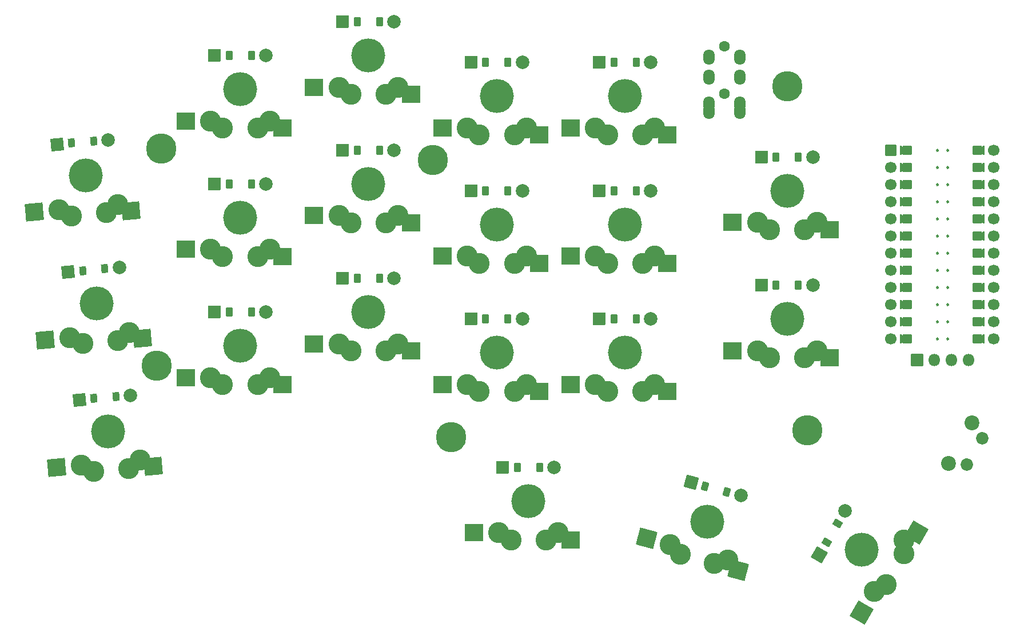
<source format=gbr>
%TF.GenerationSoftware,KiCad,Pcbnew,8.0.0*%
%TF.CreationDate,2024-03-12T02:06:11+01:00*%
%TF.ProjectId,cornish-v1,636f726e-6973-4682-9d76-312e6b696361,v1.0.0*%
%TF.SameCoordinates,Original*%
%TF.FileFunction,Soldermask,Top*%
%TF.FilePolarity,Negative*%
%FSLAX46Y46*%
G04 Gerber Fmt 4.6, Leading zero omitted, Abs format (unit mm)*
G04 Created by KiCad (PCBNEW 8.0.0) date 2024-03-12 02:06:11*
%MOMM*%
%LPD*%
G01*
G04 APERTURE LIST*
G04 Aperture macros list*
%AMRoundRect*
0 Rectangle with rounded corners*
0 $1 Rounding radius*
0 $2 $3 $4 $5 $6 $7 $8 $9 X,Y pos of 4 corners*
0 Add a 4 corners polygon primitive as box body*
4,1,4,$2,$3,$4,$5,$6,$7,$8,$9,$2,$3,0*
0 Add four circle primitives for the rounded corners*
1,1,$1+$1,$2,$3*
1,1,$1+$1,$4,$5*
1,1,$1+$1,$6,$7*
1,1,$1+$1,$8,$9*
0 Add four rect primitives between the rounded corners*
20,1,$1+$1,$2,$3,$4,$5,0*
20,1,$1+$1,$4,$5,$6,$7,0*
20,1,$1+$1,$6,$7,$8,$9,0*
20,1,$1+$1,$8,$9,$2,$3,0*%
%AMFreePoly0*
4,1,14,0.635355,0.435355,0.650000,0.400000,0.650000,0.200000,0.635355,0.164645,0.035355,-0.435355,0.000000,-0.450000,-0.035355,-0.435355,-0.635355,0.164645,-0.650000,0.200000,-0.650000,0.400000,-0.635355,0.435355,-0.600000,0.450000,0.600000,0.450000,0.635355,0.435355,0.635355,0.435355,$1*%
%AMFreePoly1*
4,1,16,0.635355,1.035355,0.650000,1.000000,0.650000,-0.250000,0.635355,-0.285355,0.600000,-0.300000,-0.600000,-0.300000,-0.635355,-0.285355,-0.650000,-0.250000,-0.650000,1.000000,-0.635355,1.035355,-0.600000,1.050000,-0.564645,1.035355,0.000000,0.470710,0.564645,1.035355,0.600000,1.050000,0.635355,1.035355,0.635355,1.035355,$1*%
G04 Aperture macros list end*
%ADD10C,0.250000*%
%ADD11C,0.100000*%
%ADD12C,2.200000*%
%ADD13C,1.850000*%
%ADD14C,0.800000*%
%ADD15C,4.500000*%
%ADD16RoundRect,0.050000X-0.889000X-0.889000X0.889000X-0.889000X0.889000X0.889000X-0.889000X0.889000X0*%
%ADD17RoundRect,0.050000X-0.450000X-0.600000X0.450000X-0.600000X0.450000X0.600000X-0.450000X0.600000X0*%
%ADD18C,2.005000*%
%ADD19RoundRect,0.050000X-0.808136X-0.963099X0.963099X-0.808136X0.808136X0.963099X-0.963099X0.808136X0*%
%ADD20RoundRect,0.050000X-0.395994X-0.636937X0.500581X-0.558497X0.395994X0.636937X-0.500581X0.558497X0*%
%ADD21C,3.100000*%
%ADD22C,5.037800*%
%ADD23RoundRect,0.050000X-1.275000X-1.250000X1.275000X-1.250000X1.275000X1.250000X-1.275000X1.250000X0*%
%ADD24C,1.600000*%
%ADD25O,1.700000X2.300000*%
%ADD26RoundRect,0.050000X0.325397X-1.214397X1.214397X0.325397X-0.325397X1.214397X-1.214397X-0.325397X0*%
%ADD27RoundRect,0.050000X0.294615X-0.689711X0.744615X0.089711X-0.294615X0.689711X-0.744615X-0.089711X0*%
%ADD28RoundRect,0.050000X-1.161204X-1.356367X1.379093X-1.134120X1.161204X1.356367X-1.379093X1.134120X0*%
%ADD29C,1.700000*%
%ADD30FreePoly0,270.000000*%
%ADD31FreePoly0,90.000000*%
%ADD32RoundRect,0.050000X-0.800000X0.800000X-0.800000X-0.800000X0.800000X-0.800000X0.800000X0.800000X0*%
%ADD33FreePoly1,270.000000*%
%ADD34FreePoly1,90.000000*%
%ADD35RoundRect,0.050000X-1.555079X-0.877413X0.908032X-1.537402X1.555079X0.877413X-0.908032X1.537402X0*%
%ADD36RoundRect,0.050000X-1.088798X-0.628618X0.628618X-1.088798X1.088798X0.628618X-0.628618X1.088798X0*%
%ADD37RoundRect,0.050000X-0.589958X-0.463087X0.279375X-0.696024X0.589958X0.463087X-0.279375X0.696024X0*%
%ADD38RoundRect,0.050000X0.445032X-1.729182X1.720032X0.479182X-0.445032X1.729182X-1.720032X-0.479182X0*%
%ADD39RoundRect,0.050000X0.850000X0.850000X-0.850000X0.850000X-0.850000X-0.850000X0.850000X-0.850000X0*%
%ADD40O,1.800000X1.800000*%
G04 APERTURE END LIST*
D10*
%TO.C,_41*%
X266969795Y-142271108D02*
G75*
G02*
X266719795Y-142271108I-125000J0D01*
G01*
X266719795Y-142271108D02*
G75*
G02*
X266969795Y-142271108I125000J0D01*
G01*
X266969795Y-139731108D02*
G75*
G02*
X266719795Y-139731108I-125000J0D01*
G01*
X266719795Y-139731108D02*
G75*
G02*
X266969795Y-139731108I125000J0D01*
G01*
X268493795Y-142271108D02*
G75*
G02*
X268243795Y-142271108I-125000J0D01*
G01*
X268243795Y-142271108D02*
G75*
G02*
X268493795Y-142271108I125000J0D01*
G01*
X266969795Y-137191108D02*
G75*
G02*
X266719795Y-137191108I-125000J0D01*
G01*
X266719795Y-137191108D02*
G75*
G02*
X266969795Y-137191108I125000J0D01*
G01*
X268493795Y-139731108D02*
G75*
G02*
X268243795Y-139731108I-125000J0D01*
G01*
X268243795Y-139731108D02*
G75*
G02*
X268493795Y-139731108I125000J0D01*
G01*
X266969796Y-134651107D02*
G75*
G02*
X266719794Y-134651107I-125001J0D01*
G01*
X266719794Y-134651107D02*
G75*
G02*
X266969796Y-134651107I125001J0D01*
G01*
X268493795Y-137191108D02*
G75*
G02*
X268243795Y-137191108I-125000J0D01*
G01*
X268243795Y-137191108D02*
G75*
G02*
X268493795Y-137191108I125000J0D01*
G01*
X266969795Y-132111108D02*
G75*
G02*
X266719795Y-132111108I-125000J0D01*
G01*
X266719795Y-132111108D02*
G75*
G02*
X266969795Y-132111108I125000J0D01*
G01*
X268493796Y-134651108D02*
G75*
G02*
X268243796Y-134651108I-125000J0D01*
G01*
X268243796Y-134651108D02*
G75*
G02*
X268493796Y-134651108I125000J0D01*
G01*
X266969795Y-129571108D02*
G75*
G02*
X266719795Y-129571108I-125000J0D01*
G01*
X266719795Y-129571108D02*
G75*
G02*
X266969795Y-129571108I125000J0D01*
G01*
X268493795Y-132111108D02*
G75*
G02*
X268243795Y-132111108I-125000J0D01*
G01*
X268243795Y-132111108D02*
G75*
G02*
X268493795Y-132111108I125000J0D01*
G01*
X266969795Y-127031108D02*
G75*
G02*
X266719795Y-127031108I-125000J0D01*
G01*
X266719795Y-127031108D02*
G75*
G02*
X266969795Y-127031108I125000J0D01*
G01*
X268493795Y-129571108D02*
G75*
G02*
X268243795Y-129571108I-125000J0D01*
G01*
X268243795Y-129571108D02*
G75*
G02*
X268493795Y-129571108I125000J0D01*
G01*
X266969795Y-124491108D02*
G75*
G02*
X266719795Y-124491108I-125000J0D01*
G01*
X266719795Y-124491108D02*
G75*
G02*
X266969795Y-124491108I125000J0D01*
G01*
X268493795Y-127031108D02*
G75*
G02*
X268243795Y-127031108I-125000J0D01*
G01*
X268243795Y-127031108D02*
G75*
G02*
X268493795Y-127031108I125000J0D01*
G01*
X266969794Y-121951108D02*
G75*
G02*
X266719794Y-121951108I-125000J0D01*
G01*
X266719794Y-121951108D02*
G75*
G02*
X266969794Y-121951108I125000J0D01*
G01*
X268493795Y-124491108D02*
G75*
G02*
X268243795Y-124491108I-125000J0D01*
G01*
X268243795Y-124491108D02*
G75*
G02*
X268493795Y-124491108I125000J0D01*
G01*
X266969795Y-119411108D02*
G75*
G02*
X266719795Y-119411108I-125000J0D01*
G01*
X266719795Y-119411108D02*
G75*
G02*
X266969795Y-119411108I125000J0D01*
G01*
X268493794Y-121951109D02*
G75*
G02*
X268243796Y-121951109I-124999J0D01*
G01*
X268243796Y-121951109D02*
G75*
G02*
X268493794Y-121951109I124999J0D01*
G01*
X266969795Y-116871108D02*
G75*
G02*
X266719795Y-116871108I-125000J0D01*
G01*
X266719795Y-116871108D02*
G75*
G02*
X266969795Y-116871108I125000J0D01*
G01*
X268493795Y-119411108D02*
G75*
G02*
X268243795Y-119411108I-125000J0D01*
G01*
X268243795Y-119411108D02*
G75*
G02*
X268493795Y-119411108I125000J0D01*
G01*
X266969796Y-114331108D02*
G75*
G02*
X266719794Y-114331108I-125001J0D01*
G01*
X266719794Y-114331108D02*
G75*
G02*
X266969796Y-114331108I125001J0D01*
G01*
X268493795Y-116871108D02*
G75*
G02*
X268243795Y-116871108I-125000J0D01*
G01*
X268243795Y-116871108D02*
G75*
G02*
X268493795Y-116871108I125000J0D01*
G01*
X268493795Y-114331108D02*
G75*
G02*
X268243795Y-114331108I-125000J0D01*
G01*
X268243795Y-114331108D02*
G75*
G02*
X268493795Y-114331108I125000J0D01*
G01*
D11*
X262526795Y-142779108D02*
X261510795Y-142779108D01*
X261510795Y-141763108D01*
X262526795Y-141763108D01*
X262526795Y-142779108D01*
G36*
X262526795Y-142779108D02*
G01*
X261510795Y-142779108D01*
X261510795Y-141763108D01*
X262526795Y-141763108D01*
X262526795Y-142779108D01*
G37*
X262526796Y-140239108D02*
X261510795Y-140239108D01*
X261510795Y-139223108D01*
X262526795Y-139223108D01*
X262526796Y-140239108D01*
G36*
X262526796Y-140239108D02*
G01*
X261510795Y-140239108D01*
X261510795Y-139223108D01*
X262526795Y-139223108D01*
X262526796Y-140239108D01*
G37*
X262526795Y-137699108D02*
X261510795Y-137699108D01*
X261510795Y-136683108D01*
X262526795Y-136683108D01*
X262526795Y-137699108D01*
G36*
X262526795Y-137699108D02*
G01*
X261510795Y-137699108D01*
X261510795Y-136683108D01*
X262526795Y-136683108D01*
X262526795Y-137699108D01*
G37*
X262526795Y-135159108D02*
X261510795Y-135159108D01*
X261510795Y-134143108D01*
X262526795Y-134143108D01*
X262526795Y-135159108D01*
G36*
X262526795Y-135159108D02*
G01*
X261510795Y-135159108D01*
X261510795Y-134143108D01*
X262526795Y-134143108D01*
X262526795Y-135159108D01*
G37*
X262526795Y-132619108D02*
X261510795Y-132619108D01*
X261510795Y-131603108D01*
X262526795Y-131603108D01*
X262526795Y-132619108D01*
G36*
X262526795Y-132619108D02*
G01*
X261510795Y-132619108D01*
X261510795Y-131603108D01*
X262526795Y-131603108D01*
X262526795Y-132619108D01*
G37*
X262526795Y-130079108D02*
X261510794Y-130079108D01*
X261510796Y-129063108D01*
X262526795Y-129063108D01*
X262526795Y-130079108D01*
G36*
X262526795Y-130079108D02*
G01*
X261510794Y-130079108D01*
X261510796Y-129063108D01*
X262526795Y-129063108D01*
X262526795Y-130079108D01*
G37*
X262526796Y-127539108D02*
X261510795Y-127539108D01*
X261510795Y-126523108D01*
X262526795Y-126523108D01*
X262526796Y-127539108D01*
G36*
X262526796Y-127539108D02*
G01*
X261510795Y-127539108D01*
X261510795Y-126523108D01*
X262526795Y-126523108D01*
X262526796Y-127539108D01*
G37*
X262526795Y-124999108D02*
X261510795Y-124999108D01*
X261510795Y-123983108D01*
X262526795Y-123983108D01*
X262526795Y-124999108D01*
G36*
X262526795Y-124999108D02*
G01*
X261510795Y-124999108D01*
X261510795Y-123983108D01*
X262526795Y-123983108D01*
X262526795Y-124999108D01*
G37*
X262526795Y-122459108D02*
X261510795Y-122459108D01*
X261510795Y-121443108D01*
X262526794Y-121443108D01*
X262526795Y-122459108D01*
G36*
X262526795Y-122459108D02*
G01*
X261510795Y-122459108D01*
X261510795Y-121443108D01*
X262526794Y-121443108D01*
X262526795Y-122459108D01*
G37*
X273702795Y-142779108D02*
X272686795Y-142779108D01*
X272686795Y-141763108D01*
X273702795Y-141763108D01*
X273702795Y-142779108D01*
G36*
X273702795Y-142779108D02*
G01*
X272686795Y-142779108D01*
X272686795Y-141763108D01*
X273702795Y-141763108D01*
X273702795Y-142779108D01*
G37*
X262526795Y-119919108D02*
X261510795Y-119919108D01*
X261510795Y-118903108D01*
X262526795Y-118903108D01*
X262526795Y-119919108D01*
G36*
X262526795Y-119919108D02*
G01*
X261510795Y-119919108D01*
X261510795Y-118903108D01*
X262526795Y-118903108D01*
X262526795Y-119919108D01*
G37*
X273702794Y-140239108D02*
X272686795Y-140239108D01*
X272686795Y-139223108D01*
X273702796Y-139223108D01*
X273702794Y-140239108D01*
G36*
X273702794Y-140239108D02*
G01*
X272686795Y-140239108D01*
X272686795Y-139223108D01*
X273702796Y-139223108D01*
X273702794Y-140239108D01*
G37*
X262526795Y-117379108D02*
X261510794Y-117379108D01*
X261510796Y-116363108D01*
X262526795Y-116363108D01*
X262526795Y-117379108D01*
G36*
X262526795Y-117379108D02*
G01*
X261510794Y-117379108D01*
X261510796Y-116363108D01*
X262526795Y-116363108D01*
X262526795Y-117379108D01*
G37*
X273702795Y-137699108D02*
X272686795Y-137699108D01*
X272686795Y-136683108D01*
X273702795Y-136683108D01*
X273702795Y-137699108D01*
G36*
X273702795Y-137699108D02*
G01*
X272686795Y-137699108D01*
X272686795Y-136683108D01*
X273702795Y-136683108D01*
X273702795Y-137699108D01*
G37*
X262526795Y-114839108D02*
X261510795Y-114839108D01*
X261510795Y-113823108D01*
X262526795Y-113823108D01*
X262526795Y-114839108D01*
G36*
X262526795Y-114839108D02*
G01*
X261510795Y-114839108D01*
X261510795Y-113823108D01*
X262526795Y-113823108D01*
X262526795Y-114839108D01*
G37*
X273702795Y-135159108D02*
X272686796Y-135159108D01*
X272686795Y-134143108D01*
X273702795Y-134143108D01*
X273702795Y-135159108D01*
G36*
X273702795Y-135159108D02*
G01*
X272686796Y-135159108D01*
X272686795Y-134143108D01*
X273702795Y-134143108D01*
X273702795Y-135159108D01*
G37*
X273702795Y-132619108D02*
X272686795Y-132619108D01*
X272686795Y-131603108D01*
X273702795Y-131603108D01*
X273702795Y-132619108D01*
G36*
X273702795Y-132619108D02*
G01*
X272686795Y-132619108D01*
X272686795Y-131603108D01*
X273702795Y-131603108D01*
X273702795Y-132619108D01*
G37*
X273702795Y-130079108D02*
X272686795Y-130079108D01*
X272686794Y-129063108D01*
X273702795Y-129063108D01*
X273702795Y-130079108D01*
G36*
X273702795Y-130079108D02*
G01*
X272686795Y-130079108D01*
X272686794Y-129063108D01*
X273702795Y-129063108D01*
X273702795Y-130079108D01*
G37*
X273702794Y-127539108D02*
X272686795Y-127539108D01*
X272686795Y-126523108D01*
X273702796Y-126523108D01*
X273702794Y-127539108D01*
G36*
X273702794Y-127539108D02*
G01*
X272686795Y-127539108D01*
X272686795Y-126523108D01*
X273702796Y-126523108D01*
X273702794Y-127539108D01*
G37*
X273702795Y-124999108D02*
X272686795Y-124999108D01*
X272686795Y-123983108D01*
X273702795Y-123983108D01*
X273702795Y-124999108D01*
G36*
X273702795Y-124999108D02*
G01*
X272686795Y-124999108D01*
X272686795Y-123983108D01*
X273702795Y-123983108D01*
X273702795Y-124999108D01*
G37*
X273702795Y-122459108D02*
X272686795Y-122459108D01*
X272686795Y-121443108D01*
X273702795Y-121443108D01*
X273702795Y-122459108D01*
G36*
X273702795Y-122459108D02*
G01*
X272686795Y-122459108D01*
X272686795Y-121443108D01*
X273702795Y-121443108D01*
X273702795Y-122459108D01*
G37*
X273702795Y-119919108D02*
X272686795Y-119919108D01*
X272686795Y-118903108D01*
X273702795Y-118903108D01*
X273702795Y-119919108D01*
G36*
X273702795Y-119919108D02*
G01*
X272686795Y-119919108D01*
X272686795Y-118903108D01*
X273702795Y-118903108D01*
X273702795Y-119919108D01*
G37*
X273702795Y-117379108D02*
X272686795Y-117379108D01*
X272686794Y-116363108D01*
X273702795Y-116363108D01*
X273702795Y-117379108D01*
G36*
X273702795Y-117379108D02*
G01*
X272686795Y-117379108D01*
X272686794Y-116363108D01*
X273702795Y-116363108D01*
X273702795Y-117379108D01*
G37*
X273702795Y-114839108D02*
X272686795Y-114839108D01*
X272686795Y-113823108D01*
X273702795Y-113823108D01*
X273702795Y-114839108D01*
G36*
X273702795Y-114839108D02*
G01*
X272686795Y-114839108D01*
X272686795Y-113823108D01*
X273702795Y-113823108D01*
X273702795Y-114839108D01*
G37*
%TD*%
D12*
%TO.C,REF\u002A\u002A*%
X271968597Y-154672468D03*
X268463597Y-160743307D03*
D13*
X273500000Y-157000000D03*
X271250001Y-160897115D03*
%TD*%
D14*
%TO.C,_46*%
X242956795Y-104801108D03*
X243440069Y-103634382D03*
X243440069Y-105967834D03*
X244606795Y-103151108D03*
D15*
X244606795Y-104801108D03*
D14*
X244606795Y-106451108D03*
X245773521Y-103634382D03*
X245773521Y-105967834D03*
X246256795Y-104801108D03*
%TD*%
D16*
%TO.C,D19*%
X240796796Y-134301108D03*
D17*
X242956796Y-134301108D03*
X246256796Y-134301108D03*
D18*
X248416796Y-134301108D03*
%TD*%
D16*
%TO.C,D10*%
X197796795Y-139301109D03*
D17*
X199956795Y-139301109D03*
X203256795Y-139301109D03*
D18*
X205416795Y-139301109D03*
%TD*%
D19*
%TO.C,D1*%
X139792061Y-151288925D03*
D20*
X141943842Y-151100669D03*
X145231284Y-150813055D03*
D18*
X147383065Y-150624799D03*
%TD*%
D14*
%TO.C,_43*%
X149564777Y-146418645D03*
X149944525Y-145214238D03*
X150147898Y-147538811D03*
X151064691Y-144631117D03*
D15*
X151208498Y-146274838D03*
D14*
X151352305Y-147918559D03*
X152269098Y-145010865D03*
X152472471Y-147335438D03*
X152852219Y-146131031D03*
%TD*%
D16*
%TO.C,D11*%
X197796795Y-120301109D03*
D17*
X199956795Y-120301109D03*
X203256795Y-120301109D03*
D18*
X205416795Y-120301109D03*
%TD*%
D14*
%TO.C,_45*%
X193156795Y-156801109D03*
X193640069Y-155634383D03*
X193640069Y-157967835D03*
X194806795Y-155151109D03*
D15*
X194806795Y-156801109D03*
D14*
X194806795Y-158451109D03*
X195973521Y-155634383D03*
X195973521Y-157967835D03*
X196456795Y-156801109D03*
%TD*%
D21*
%TO.C,S10*%
X197206795Y-149001109D03*
X199006795Y-150051109D03*
D22*
X201606795Y-144301109D03*
D21*
X204206795Y-150051109D03*
X206006795Y-149001109D03*
D23*
X207876795Y-150051109D03*
X193536795Y-149001109D03*
%TD*%
D14*
%TO.C,_47*%
X245956795Y-155801108D03*
X246440069Y-154634382D03*
X246440069Y-156967834D03*
X247606795Y-154151108D03*
D15*
X247606795Y-155801108D03*
D14*
X247606795Y-157451108D03*
X248773521Y-154634382D03*
X248773521Y-156967834D03*
X249256795Y-155801108D03*
%TD*%
D21*
%TO.C,S4*%
X159206796Y-148001108D03*
X161006796Y-149051108D03*
D22*
X163606796Y-143301108D03*
D21*
X166206796Y-149051108D03*
X168006796Y-148001108D03*
D23*
X169876796Y-149051108D03*
X155536796Y-148001108D03*
%TD*%
D24*
%TO.C,TRRS1*%
X235306795Y-98901108D03*
X235306795Y-105901108D03*
D25*
X233006795Y-108601108D03*
X237606795Y-108601108D03*
X233006795Y-107501108D03*
X237606795Y-107501107D03*
X233006795Y-103501108D03*
X237606795Y-103501108D03*
X233006795Y-100501108D03*
X237606795Y-100501108D03*
%TD*%
D26*
%TO.C,D18*%
X249383551Y-174304125D03*
D27*
X250463551Y-172433511D03*
X252113551Y-169575627D03*
D18*
X253193551Y-167705013D03*
%TD*%
D21*
%TO.C,S11*%
X197206795Y-130001109D03*
X199006795Y-131051109D03*
D22*
X201606795Y-125301109D03*
D21*
X204206795Y-131051109D03*
X206006795Y-130001109D03*
D23*
X207876795Y-131051109D03*
X193536795Y-130001109D03*
%TD*%
D16*
%TO.C,D13*%
X216796795Y-139301109D03*
D17*
X218956795Y-139301109D03*
X222256795Y-139301109D03*
D18*
X224416795Y-139301109D03*
%TD*%
D21*
%TO.C,S3*%
X136737800Y-123148038D03*
X138622463Y-124037161D03*
D22*
X140711424Y-118082437D03*
D21*
X143802676Y-123583952D03*
X145504313Y-122381067D03*
D28*
X147458710Y-123264090D03*
X133081765Y-123467899D03*
%TD*%
D21*
%TO.C,S12*%
X197206795Y-111001109D03*
X199006795Y-112051109D03*
D22*
X201606795Y-106301109D03*
D21*
X204206795Y-112051109D03*
X206006795Y-111001109D03*
D23*
X207876795Y-112051109D03*
X193536795Y-111001109D03*
%TD*%
D16*
%TO.C,D20*%
X240796796Y-115301108D03*
D17*
X242956796Y-115301108D03*
X246256796Y-115301108D03*
D18*
X248416796Y-115301108D03*
%TD*%
D21*
%TO.C,S13*%
X216206795Y-149001109D03*
X218006795Y-150051109D03*
D22*
X220606795Y-144301109D03*
D21*
X223206795Y-150051109D03*
X225006795Y-149001109D03*
D23*
X226876795Y-150051109D03*
X212536795Y-149001109D03*
%TD*%
D16*
%TO.C,D15*%
X216796795Y-101301109D03*
D17*
X218956795Y-101301109D03*
X222256795Y-101301109D03*
D18*
X224416795Y-101301109D03*
%TD*%
D21*
%TO.C,S19*%
X240206795Y-144001109D03*
X242006795Y-145051109D03*
D22*
X244606795Y-139301109D03*
D21*
X247206795Y-145051109D03*
X249006795Y-144001109D03*
D23*
X250876795Y-145051109D03*
X236536795Y-144001109D03*
%TD*%
D16*
%TO.C,D7*%
X178796795Y-133301108D03*
D17*
X180956795Y-133301108D03*
X184256795Y-133301108D03*
D18*
X186416795Y-133301108D03*
%TD*%
D16*
%TO.C,D12*%
X197796795Y-101301109D03*
D17*
X199956795Y-101301109D03*
X203256795Y-101301109D03*
D18*
X205416795Y-101301109D03*
%TD*%
D29*
%TO.C,_41*%
X275226794Y-114331108D03*
D30*
X273448795Y-114331108D03*
D31*
X261764795Y-114331108D03*
D29*
X259986795Y-114331108D03*
D32*
X259986795Y-114331108D03*
D29*
X275226795Y-116871108D03*
D30*
X273448795Y-116871108D03*
D31*
X261764795Y-116871108D03*
D29*
X259986795Y-116871108D03*
X275226795Y-119411108D03*
D30*
X273448795Y-119411108D03*
D31*
X261764795Y-119411108D03*
D29*
X259986795Y-119411108D03*
X259986795Y-121951107D03*
X275226795Y-121951108D03*
D30*
X273448795Y-121951108D03*
D31*
X261764795Y-121951108D03*
D29*
X275226795Y-124491108D03*
D30*
X273448795Y-124491108D03*
D31*
X261764794Y-124491108D03*
D29*
X259986795Y-124491108D03*
X275226795Y-127031108D03*
D30*
X273448795Y-127031108D03*
D31*
X261764795Y-127031108D03*
D29*
X259986795Y-127031108D03*
X275226795Y-129571108D03*
D30*
X273448795Y-129571108D03*
D31*
X261764795Y-129571108D03*
D29*
X259986795Y-129571108D03*
X275226795Y-132111108D03*
D30*
X273448796Y-132111108D03*
D31*
X261764795Y-132111108D03*
D29*
X259986795Y-132111108D03*
D30*
X273448795Y-134651108D03*
D31*
X261764795Y-134651108D03*
D29*
X259986795Y-134651108D03*
X275226795Y-134651109D03*
X275226795Y-137191108D03*
D30*
X273448795Y-137191108D03*
D31*
X261764795Y-137191108D03*
D29*
X259986795Y-137191108D03*
X275226795Y-139731108D03*
D30*
X273448795Y-139731108D03*
D31*
X261764795Y-139731108D03*
D29*
X259986795Y-139731108D03*
X275226795Y-142271108D03*
D30*
X273448795Y-142271108D03*
D31*
X261764795Y-142271108D03*
D29*
X259986796Y-142271108D03*
D33*
X272432795Y-114331108D03*
X272432795Y-116871108D03*
X272432795Y-119411108D03*
X272432795Y-121951108D03*
X272432795Y-124491108D03*
X272432795Y-127031108D03*
X272432795Y-129571108D03*
X272432795Y-132111108D03*
X272432795Y-134651108D03*
X272432795Y-137191108D03*
X272432795Y-139731108D03*
X272432795Y-142271109D03*
D34*
X262780795Y-142271108D03*
X262780795Y-139731108D03*
X262780795Y-137191108D03*
X262780795Y-134651108D03*
X262780795Y-132111108D03*
X262780795Y-129571108D03*
X262780795Y-127031108D03*
X262780795Y-124491108D03*
X262780795Y-121951108D03*
X262780795Y-119411108D03*
X262780795Y-116871108D03*
X262780795Y-114331107D03*
%TD*%
D21*
%TO.C,S2*%
X138393759Y-142075738D03*
X140278422Y-142964861D03*
D22*
X142367383Y-137010137D03*
D21*
X145458635Y-142511652D03*
X147160272Y-141308767D03*
D28*
X149114669Y-142191790D03*
X134737724Y-142395599D03*
%TD*%
D21*
%TO.C,S17*%
X227308860Y-172738633D03*
X228775767Y-174218730D03*
D22*
X232775383Y-169337586D03*
D21*
X233798581Y-175564589D03*
X235809007Y-175016241D03*
D35*
X237343529Y-176514455D03*
X223763913Y-171788768D03*
%TD*%
D16*
%TO.C,D14*%
X216796795Y-120301109D03*
D17*
X218956795Y-120301109D03*
X222256795Y-120301109D03*
D18*
X224416795Y-120301109D03*
%TD*%
D21*
%TO.C,S16*%
X201906795Y-171001109D03*
X203706795Y-172051109D03*
D22*
X206306795Y-166301109D03*
D21*
X208906795Y-172051109D03*
X210706795Y-171001109D03*
D23*
X212576795Y-172051109D03*
X198236795Y-171001109D03*
%TD*%
D16*
%TO.C,D6*%
X159796796Y-100301108D03*
D17*
X161956796Y-100301108D03*
X165256796Y-100301108D03*
D18*
X167416796Y-100301108D03*
%TD*%
D21*
%TO.C,S7*%
X178206796Y-143001108D03*
X180006796Y-144051108D03*
D22*
X182606796Y-138301108D03*
D21*
X185206796Y-144051108D03*
X187006796Y-143001108D03*
D23*
X188876796Y-144051108D03*
X174536796Y-143001108D03*
%TD*%
D14*
%TO.C,_42*%
X150262475Y-114235368D03*
X150642223Y-113030961D03*
X150845596Y-115355534D03*
X151762389Y-112447840D03*
D15*
X151906196Y-114091561D03*
D14*
X152050003Y-115735282D03*
X152966796Y-112827588D03*
X153170169Y-115152161D03*
X153549917Y-113947754D03*
%TD*%
D21*
%TO.C,S20*%
X240206795Y-125001109D03*
X242006795Y-126051109D03*
D22*
X244606795Y-120301109D03*
D21*
X247206795Y-126051109D03*
X249006795Y-125001109D03*
D23*
X250876795Y-126051109D03*
X236536795Y-125001109D03*
%TD*%
D16*
%TO.C,D16*%
X202496795Y-161301109D03*
D17*
X204656795Y-161301109D03*
X207956795Y-161301109D03*
D18*
X210116795Y-161301109D03*
%TD*%
D36*
%TO.C,D17*%
X230389301Y-163521857D03*
D37*
X232475700Y-164080906D03*
X235663256Y-164935010D03*
D18*
X237749655Y-165494059D03*
%TD*%
D19*
%TO.C,D2*%
X138136102Y-132361226D03*
D20*
X140287883Y-132172970D03*
X143575325Y-131885356D03*
D18*
X145727106Y-131697100D03*
%TD*%
D16*
%TO.C,D9*%
X178796795Y-95301108D03*
D17*
X180956795Y-95301108D03*
X184256795Y-95301108D03*
D18*
X186416795Y-95301108D03*
%TD*%
D19*
%TO.C,D3*%
X136480144Y-113433527D03*
D20*
X138631925Y-113245271D03*
X141919367Y-112957657D03*
D18*
X144071148Y-112769401D03*
%TD*%
D21*
%TO.C,S18*%
X257488998Y-179665080D03*
X259298325Y-178631234D03*
D22*
X255618679Y-173504568D03*
D21*
X261898325Y-174127902D03*
X261888998Y-172044056D03*
D38*
X263733325Y-170949589D03*
X255653998Y-182843393D03*
%TD*%
D16*
%TO.C,D8*%
X178796795Y-114301108D03*
D17*
X180956795Y-114301108D03*
X184256795Y-114301108D03*
D18*
X186416795Y-114301108D03*
%TD*%
D16*
%TO.C,D4*%
X159796796Y-138301108D03*
D17*
X161956796Y-138301108D03*
X165256796Y-138301108D03*
D18*
X167416796Y-138301108D03*
%TD*%
D16*
%TO.C,D5*%
X159796796Y-119301108D03*
D17*
X161956796Y-119301108D03*
X165256796Y-119301108D03*
D18*
X167416796Y-119301108D03*
%TD*%
D21*
%TO.C,S15*%
X216206795Y-111001109D03*
X218006795Y-112051109D03*
D22*
X220606795Y-106301109D03*
D21*
X223206795Y-112051109D03*
X225006795Y-111001109D03*
D23*
X226876795Y-112051109D03*
X212536795Y-111001109D03*
%TD*%
D14*
%TO.C,_44*%
X190456796Y-115801108D03*
X190940070Y-114634382D03*
X190940070Y-116967834D03*
X192106796Y-114151108D03*
D15*
X192106796Y-115801108D03*
D14*
X192106796Y-117451108D03*
X193273522Y-114634382D03*
X193273522Y-116967834D03*
X193756796Y-115801108D03*
%TD*%
D21*
%TO.C,S8*%
X178206796Y-124001108D03*
X180006796Y-125051108D03*
D22*
X182606796Y-119301108D03*
D21*
X185206796Y-125051108D03*
X187006796Y-124001108D03*
D23*
X188876796Y-125051108D03*
X174536796Y-124001108D03*
%TD*%
D39*
%TO.C,OLED1*%
X263806794Y-145401108D03*
D40*
X266346795Y-145401108D03*
X268886795Y-145401108D03*
X271426795Y-145401108D03*
%TD*%
D21*
%TO.C,S6*%
X159206795Y-110001109D03*
X161006795Y-111051109D03*
D22*
X163606795Y-105301109D03*
D21*
X166206795Y-111051109D03*
X168006795Y-110001109D03*
D23*
X169876795Y-111051109D03*
X155536795Y-110001109D03*
%TD*%
D21*
%TO.C,S1*%
X140049718Y-161003436D03*
X141934381Y-161892559D03*
D22*
X144023342Y-155937835D03*
D21*
X147114594Y-161439350D03*
X148816231Y-160236465D03*
D28*
X150770628Y-161119488D03*
X136393683Y-161323297D03*
%TD*%
D21*
%TO.C,S5*%
X159206796Y-129001108D03*
X161006796Y-130051108D03*
D22*
X163606796Y-124301108D03*
D21*
X166206796Y-130051108D03*
X168006796Y-129001108D03*
D23*
X169876796Y-130051108D03*
X155536796Y-129001108D03*
%TD*%
D21*
%TO.C,S9*%
X178206796Y-105001108D03*
X180006796Y-106051108D03*
D22*
X182606796Y-100301108D03*
D21*
X185206796Y-106051108D03*
X187006796Y-105001108D03*
D23*
X188876796Y-106051108D03*
X174536796Y-105001108D03*
%TD*%
D21*
%TO.C,S14*%
X216206795Y-130001109D03*
X218006795Y-131051109D03*
D22*
X220606795Y-125301109D03*
D21*
X223206795Y-131051109D03*
X225006795Y-130001109D03*
D23*
X226876795Y-131051109D03*
X212536795Y-130001109D03*
%TD*%
M02*

</source>
